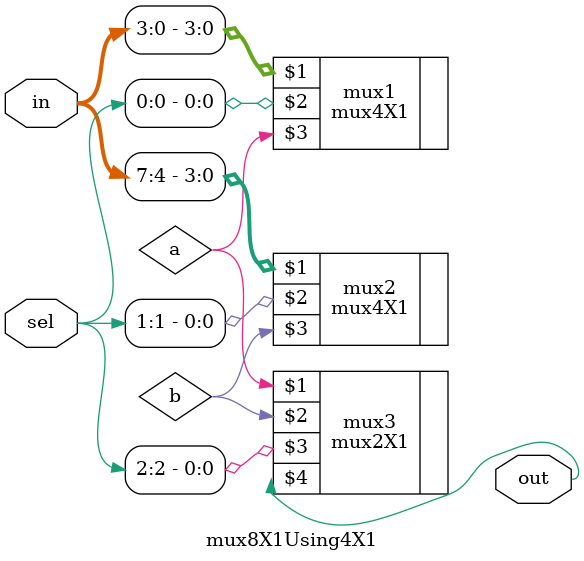
<source format=v>


module mux8X1Using4X1( in,sel,out);
input [7:0]in;
input [2:0]sel;
wire a,b;
output out;


mux4X1 mux1(in[3:0],sel[0], a);
mux4X1 mux2(in[7:4],sel[1], b);
mux2X1 mux3(a,b,sel[2], out);
endmodule

</source>
